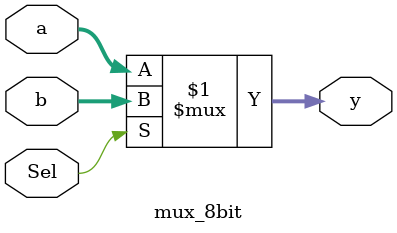
<source format=v>
`timescale 1ns / 1ps
module mux_8bit(Sel, a, b, y);
input [7:0]a,b;
input Sel;
output [7:0]y;

assign y = Sel ? b : a;

endmodule
</source>
